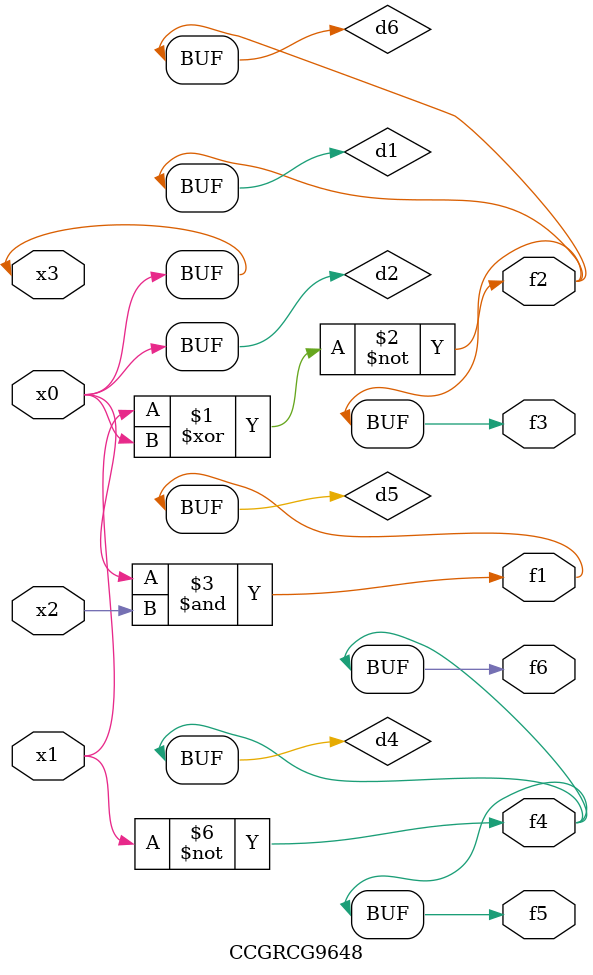
<source format=v>
module CCGRCG9648(
	input x0, x1, x2, x3,
	output f1, f2, f3, f4, f5, f6
);

	wire d1, d2, d3, d4, d5, d6;

	xnor (d1, x1, x3);
	buf (d2, x0, x3);
	nand (d3, x0, x2);
	not (d4, x1);
	nand (d5, d3);
	or (d6, d1);
	assign f1 = d5;
	assign f2 = d6;
	assign f3 = d6;
	assign f4 = d4;
	assign f5 = d4;
	assign f6 = d4;
endmodule

</source>
